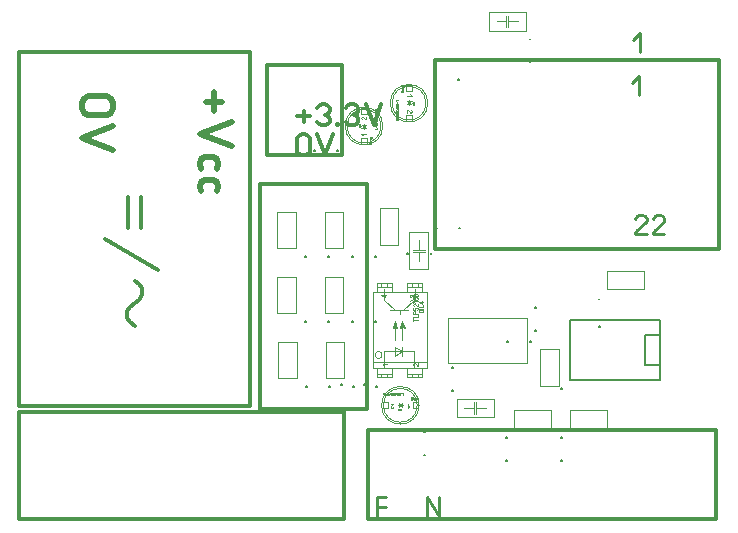
<source format=gbr>
%FSLAX34Y34*%
%MOMM*%
%LNSILK_TOP*%
G71*
G01*
%ADD10C, 0.300*%
%ADD11C, 0.100*%
%ADD12C, 0.144*%
%ADD13C, 0.000*%
%ADD14C, 0.040*%
%ADD15C, 0.476*%
%ADD16C, 0.318*%
%ADD17C, 0.020*%
%ADD18C, 0.030*%
%ADD19C, 0.150*%
%ADD20C, 0.286*%
%ADD21C, 0.309*%
%LPD*%
G54D10*
X199000Y649000D02*
X4000Y649000D01*
X4000Y949000D01*
X199000Y949000D01*
X199000Y649000D01*
G54D10*
X279000Y554000D02*
X4000Y554000D01*
X4000Y644000D01*
X279000Y644000D01*
X279000Y554000D01*
G54D10*
X299000Y629000D02*
X594000Y629000D01*
X594000Y554000D01*
X299000Y554000D01*
X299000Y629000D01*
G54D10*
X596000Y782000D02*
X356000Y782000D01*
X356000Y942000D01*
X596000Y942000D01*
X596000Y782000D01*
G54D10*
X213900Y937600D02*
X277400Y937600D01*
X277400Y861400D01*
X213900Y861400D01*
X213900Y937600D01*
G54D11*
X239004Y672653D02*
X239004Y703853D01*
X223404Y703853D01*
X223404Y672653D01*
X239004Y672653D01*
G54D12*
X266305Y666047D02*
X266305Y665353D01*
X266882Y665353D01*
X266882Y666047D01*
X266305Y666047D01*
X266305Y665353D01*
G54D12*
X246803Y666046D02*
X246803Y665352D01*
X247380Y665352D01*
X247380Y666046D01*
X246803Y666046D01*
X246803Y665352D01*
G54D11*
X279004Y672653D02*
X279004Y703853D01*
X263404Y703853D01*
X263404Y672653D01*
X279004Y672653D01*
G54D12*
X306305Y666045D02*
X306305Y665352D01*
X306882Y665352D01*
X306882Y666045D01*
X306305Y666045D01*
X306305Y665352D01*
G54D12*
X286803Y666047D02*
X286803Y665354D01*
X287381Y665354D01*
X287381Y666047D01*
X286803Y666047D01*
X286803Y665354D01*
G54D11*
X278004Y782653D02*
X278004Y813853D01*
X262404Y813853D01*
X262404Y782653D01*
X278004Y782653D01*
G54D12*
X305306Y776046D02*
X305306Y775352D01*
X305884Y775352D01*
X305884Y776046D01*
X305306Y776046D01*
X305306Y775352D01*
G54D12*
X285803Y776045D02*
X285803Y775352D01*
X286381Y775352D01*
X286381Y776045D01*
X285803Y776045D01*
X285803Y775352D01*
G54D11*
X278004Y727653D02*
X278004Y758853D01*
X262404Y758853D01*
X262404Y727653D01*
X278004Y727653D01*
G54D12*
X305306Y721045D02*
X305306Y720352D01*
X305884Y720352D01*
X305884Y721045D01*
X305306Y721045D01*
X305306Y720352D01*
G54D12*
X285803Y721046D02*
X285803Y720353D01*
X286381Y720353D01*
X286381Y721046D01*
X285803Y721046D01*
X285803Y720353D01*
G54D11*
X238004Y782653D02*
X238004Y813853D01*
X222404Y813853D01*
X222404Y782653D01*
X238004Y782653D01*
G54D12*
X265303Y776045D02*
X265303Y775352D01*
X265881Y775352D01*
X265881Y776045D01*
X265303Y776045D01*
X265303Y775352D01*
G54D12*
X245802Y776045D02*
X245802Y775352D01*
X246380Y775352D01*
X246380Y776045D01*
X245802Y776045D01*
X245802Y775352D01*
G54D11*
X238004Y727653D02*
X238004Y758853D01*
X222404Y758853D01*
X222404Y727653D01*
X238004Y727653D01*
G54D12*
X265302Y721046D02*
X265302Y720353D01*
X265880Y720353D01*
X265880Y721046D01*
X265302Y721046D01*
X265302Y720353D01*
G54D12*
X245804Y721045D02*
X245804Y720352D01*
X246382Y720352D01*
X246382Y721045D01*
X245804Y721045D01*
X245804Y720352D01*
G54D13*
X303112Y745417D02*
X349112Y745417D01*
X349112Y681417D01*
X303112Y681417D01*
X303112Y745417D01*
G54D14*
X341112Y722484D02*
X337556Y722484D01*
G54D14*
X337556Y721417D02*
X337556Y723551D01*
G54D14*
X337556Y724517D02*
X341112Y724517D01*
X341112Y726384D01*
G54D14*
X341112Y727417D02*
X337556Y727417D01*
X337556Y728751D01*
X337778Y729284D01*
X338223Y729551D01*
X338667Y729551D01*
X339112Y729284D01*
X339334Y728751D01*
X339334Y727417D01*
G54D14*
X337556Y732651D02*
X337556Y730517D01*
X339112Y730517D01*
X339112Y730784D01*
X338889Y731317D01*
X338889Y731851D01*
X339112Y732384D01*
X339556Y732651D01*
X340445Y732651D01*
X340889Y732384D01*
X341112Y731851D01*
X341112Y731317D01*
X340889Y730784D01*
X340445Y730517D01*
G54D14*
X341112Y735751D02*
X341112Y733617D01*
X340889Y733617D01*
X340445Y733884D01*
X339112Y735484D01*
X338667Y735751D01*
X338223Y735751D01*
X337778Y735484D01*
X337556Y734951D01*
X337556Y734417D01*
X337778Y733884D01*
X338223Y733617D01*
G54D14*
X338889Y736717D02*
X337556Y738051D01*
X341112Y738051D01*
G54D14*
X339334Y740084D02*
X339334Y741151D01*
X340445Y741151D01*
X340889Y740884D01*
X341112Y740351D01*
X341112Y739817D01*
X340889Y739284D01*
X340445Y739017D01*
X338223Y739017D01*
X337778Y739284D01*
X337556Y739817D01*
X337556Y740351D01*
X337778Y740884D01*
X338223Y741151D01*
G54D14*
X341112Y742117D02*
X337556Y742117D01*
X337556Y743451D01*
X337778Y743984D01*
X338223Y744251D01*
X338667Y744251D01*
X339112Y743984D01*
X339334Y743451D01*
X339556Y743984D01*
X340000Y744251D01*
X340445Y744251D01*
X340889Y743984D01*
X341112Y743451D01*
X341112Y742117D01*
G54D14*
X339334Y742117D02*
X339334Y743451D01*
G54D14*
X345912Y728617D02*
X342356Y728617D01*
X342356Y729951D01*
X342578Y730484D01*
X343023Y730751D01*
X345245Y730751D01*
X345689Y730484D01*
X345912Y729951D01*
X345912Y728617D01*
G54D14*
X345912Y731717D02*
X342356Y731717D01*
G54D14*
X342356Y732717D02*
X345912Y732717D01*
X345912Y734584D01*
G54D14*
X345912Y737217D02*
X342356Y737217D01*
X344578Y735617D01*
X345023Y735617D01*
X345023Y737751D01*
G54D13*
X303112Y686417D02*
X349112Y686417D01*
G54D14*
X312889Y683417D02*
X311556Y684751D01*
X315112Y684751D01*
G54D14*
X341112Y685551D02*
X341112Y683417D01*
X340889Y683417D01*
X340445Y683684D01*
X339112Y685284D01*
X338667Y685551D01*
X338223Y685551D01*
X337778Y685284D01*
X337556Y684751D01*
X337556Y684217D01*
X337778Y683684D01*
X338223Y683417D01*
G54D14*
X335223Y741417D02*
X334778Y741684D01*
X334556Y742217D01*
X334556Y742751D01*
X334778Y743284D01*
X335223Y743551D01*
X335667Y743551D01*
X336112Y743284D01*
X336334Y742751D01*
X336556Y743284D01*
X337000Y743551D01*
X337445Y743551D01*
X337889Y743284D01*
X338112Y742751D01*
X338112Y742217D01*
X337889Y741684D01*
X337445Y741417D01*
G54D14*
X314112Y743017D02*
X310556Y743017D01*
X312778Y741417D01*
X313223Y741417D01*
X313223Y743551D01*
G54D13*
X313112Y681417D02*
X313112Y695417D01*
X338112Y695417D01*
X338112Y682417D01*
G54D13*
X322112Y691417D02*
X322112Y698417D01*
X322112Y699417D01*
X328112Y695417D01*
X328112Y695417D01*
X322112Y691417D01*
G54D13*
X328112Y691417D02*
X328112Y699417D01*
G54D13*
G75*
G01X311112Y692417D02*
G03X311112Y692417I-3000J0D01*
G01*
G54D13*
X322112Y705417D02*
X322112Y721417D01*
G54D13*
X328112Y705417D02*
X328112Y721417D01*
G36*
X320155Y715449D02*
X322155Y721449D01*
X324155Y715449D01*
X322155Y716449D01*
X320155Y715449D01*
G37*
G54D13*
X320155Y715449D02*
X322155Y721449D01*
X324155Y715449D01*
X322155Y716449D01*
X320155Y715449D01*
G36*
X326155Y715449D02*
X328155Y721449D01*
X330155Y715449D01*
X328155Y716449D01*
X326155Y715449D01*
G37*
G54D13*
X326155Y715449D02*
X328155Y721449D01*
X330155Y715449D01*
X328155Y716449D01*
X326155Y715449D01*
G54D13*
X313112Y748417D02*
X313112Y739417D01*
X322112Y730417D01*
G54D13*
X339112Y748417D02*
X339112Y740417D01*
X338112Y739417D01*
X329112Y730417D01*
G54D13*
X318112Y730417D02*
X333112Y730417D01*
G54D13*
X335112Y738417D02*
X339112Y740417D01*
X337112Y736417D01*
G54D13*
X326112Y730417D02*
X326112Y727417D01*
G54D13*
X307112Y745417D02*
X307112Y753417D01*
X319112Y753417D01*
X319112Y745417D01*
G54D13*
X332612Y745417D02*
X332612Y753417D01*
X344612Y753417D01*
X344612Y745417D01*
G54D13*
X319112Y681417D02*
X319112Y673417D01*
X307112Y673417D01*
X307112Y681417D01*
G54D13*
X344612Y681417D02*
X344612Y673417D01*
X332612Y673417D01*
X332612Y681417D01*
G54D13*
X307112Y676417D02*
X319112Y676417D01*
G54D13*
X332612Y676417D02*
X344612Y676417D01*
G54D13*
X332612Y750417D02*
X344612Y750417D01*
G54D13*
X307112Y750417D02*
X319112Y750417D01*
G54D13*
X310612Y750417D02*
X310612Y753417D01*
G54D13*
X315612Y750417D02*
X315612Y753417D01*
G54D13*
X336112Y750417D02*
X336112Y753417D01*
G54D13*
X341112Y750417D02*
X341112Y753417D01*
G54D13*
X336112Y673417D02*
X336112Y676417D01*
G54D13*
X341112Y673417D02*
X341112Y676417D01*
G54D13*
X310612Y673417D02*
X310612Y676417D01*
G54D13*
X315612Y673417D02*
X315612Y676417D01*
G54D12*
X277062Y667611D02*
X277062Y666918D01*
X276484Y666918D01*
X276484Y667611D01*
X277062Y667611D01*
X277062Y666918D01*
G54D12*
X296562Y667611D02*
X296562Y666918D01*
X295984Y666918D01*
X295984Y667611D01*
X296562Y667611D01*
X296562Y666918D01*
G54D11*
X324835Y785596D02*
X324835Y816796D01*
X309235Y816796D01*
X309235Y785596D01*
X324835Y785596D01*
G54D12*
X352137Y778989D02*
X352137Y778296D01*
X352715Y778296D01*
X352715Y778989D01*
X352137Y778989D01*
X352137Y778296D01*
G54D12*
X332634Y778990D02*
X332634Y778296D01*
X333212Y778296D01*
X333212Y778990D01*
X332634Y778990D01*
X332634Y778296D01*
G54D15*
X78533Y895602D02*
X61867Y895602D01*
X58533Y897602D01*
X56867Y901602D01*
X56867Y905602D01*
X58533Y909602D01*
X61867Y911602D01*
X78533Y911602D01*
X81867Y909602D01*
X83533Y905602D01*
X83533Y901602D01*
X81867Y897602D01*
X78533Y895602D01*
G54D15*
X83533Y886269D02*
X56867Y876269D01*
X83533Y866269D01*
G54D15*
X168828Y914949D02*
X168828Y898949D01*
G54D15*
X175495Y906949D02*
X162162Y906949D01*
G54D15*
X183828Y889616D02*
X157162Y879616D01*
X183828Y869616D01*
G54D15*
X171162Y850283D02*
X172162Y854283D01*
X171162Y858283D01*
X167828Y860283D01*
X161162Y860283D01*
X157828Y858283D01*
X157162Y854283D01*
X157828Y850283D01*
G54D15*
X171162Y830950D02*
X172162Y834950D01*
X171162Y838950D01*
X167828Y840950D01*
X161162Y840950D01*
X157828Y838950D01*
X157162Y834950D01*
X157828Y830950D01*
G54D16*
X239300Y894578D02*
X249967Y894578D01*
G54D16*
X244633Y899022D02*
X244633Y890133D01*
G54D16*
X256189Y901244D02*
X257522Y903467D01*
X260189Y904578D01*
X262856Y904578D01*
X265522Y903467D01*
X266856Y901244D01*
X266856Y899022D01*
X265522Y896800D01*
X262856Y895689D01*
X265522Y894578D01*
X266856Y892356D01*
X266856Y890133D01*
X265522Y887911D01*
X262856Y886800D01*
X260189Y886800D01*
X257522Y887911D01*
X256189Y890133D01*
G54D16*
X274145Y886800D02*
X273078Y886800D01*
X273078Y887689D01*
X274145Y887689D01*
X274145Y886800D01*
X273078Y886800D01*
G54D16*
X280367Y901244D02*
X281700Y903467D01*
X284367Y904578D01*
X287034Y904578D01*
X289700Y903467D01*
X291034Y901244D01*
X291034Y899022D01*
X289700Y896800D01*
X287034Y895689D01*
X289700Y894578D01*
X291034Y892356D01*
X291034Y890133D01*
X289700Y887911D01*
X287034Y886800D01*
X284367Y886800D01*
X281700Y887911D01*
X280367Y890133D01*
G54D16*
X297256Y904578D02*
X303923Y886800D01*
X310589Y904578D01*
G54D16*
X249967Y875844D02*
X249967Y864733D01*
X248633Y862511D01*
X245967Y861400D01*
X243300Y861400D01*
X240633Y862511D01*
X239300Y864733D01*
X239300Y875844D01*
X240633Y878067D01*
X243300Y879178D01*
X245967Y879178D01*
X248633Y878067D01*
X249967Y875844D01*
G54D16*
X256189Y879178D02*
X262856Y861400D01*
X269522Y879178D01*
G54D14*
X324979Y649869D02*
X328948Y649869D01*
G54D14*
X325773Y651457D02*
X325773Y648282D01*
G54D14*
X325773Y649869D02*
X328154Y648282D01*
X328154Y651457D01*
X328154Y651457D01*
X325773Y649869D01*
G54D17*
X328154Y647488D02*
X326566Y645900D01*
G54D17*
X326566Y647488D02*
X324979Y645900D01*
G54D17*
X327360Y645900D02*
X326566Y645900D01*
X326566Y646694D01*
G54D17*
X325773Y645900D02*
X324979Y645900D01*
X324979Y646694D01*
G54D13*
X341648Y647488D02*
X336885Y647488D01*
X336885Y652250D01*
X341648Y652250D01*
X341648Y647488D01*
G54D13*
X316248Y647488D02*
X311485Y647488D01*
X311485Y652250D01*
X316248Y652250D01*
X316248Y647488D01*
G54D17*
X329098Y658866D02*
X329098Y660644D01*
X328164Y660644D01*
G54D17*
X327698Y659866D02*
X326631Y659866D01*
G54D17*
X326098Y660311D02*
X325964Y660533D01*
X325698Y660644D01*
X325431Y660644D01*
X325164Y660533D01*
X325031Y660311D01*
X325031Y659755D01*
X325031Y659644D01*
X325431Y659866D01*
X325698Y659866D01*
X325964Y659755D01*
X326098Y659533D01*
X326098Y659200D01*
X325964Y658978D01*
X325698Y658866D01*
X325431Y658866D01*
X325164Y658978D01*
X325031Y659200D01*
X325031Y659755D01*
G54D17*
X324498Y659200D02*
X324364Y658978D01*
X324098Y658866D01*
X323831Y658866D01*
X323564Y658978D01*
X323431Y659200D01*
X323431Y659422D01*
X323564Y659644D01*
X323831Y659755D01*
X323564Y659866D01*
X323431Y660089D01*
X323431Y660311D01*
X323564Y660533D01*
X323831Y660644D01*
X324098Y660644D01*
X324364Y660533D01*
X324498Y660311D01*
G54D17*
X322098Y660644D02*
X322098Y658866D01*
X322898Y659978D01*
X322898Y660200D01*
X321831Y660200D01*
G54D17*
X320231Y660311D02*
X320364Y660533D01*
X320631Y660644D01*
X320898Y660644D01*
X321164Y660533D01*
X321298Y660311D01*
X321298Y659200D01*
X321164Y658978D01*
X320898Y658866D01*
X320631Y658866D01*
X320364Y658978D01*
X320231Y659200D01*
G54D17*
X319698Y660644D02*
X319698Y658866D01*
X319031Y658866D01*
X318764Y658978D01*
X318631Y659200D01*
X318631Y659422D01*
X318764Y659644D01*
X319031Y659755D01*
X318764Y659866D01*
X318631Y660089D01*
X318631Y660311D01*
X318764Y660533D01*
X319031Y660644D01*
X319698Y660644D01*
G54D17*
X319698Y659755D02*
X319031Y659755D01*
G54D17*
X318098Y660644D02*
X317031Y658866D01*
G54D17*
X316498Y660311D02*
X316364Y660533D01*
X316098Y660644D01*
X315831Y660644D01*
X315564Y660533D01*
X315431Y660311D01*
X315431Y660089D01*
X315564Y659866D01*
X315831Y659755D01*
X316098Y659755D01*
X316364Y659644D01*
X316498Y659422D01*
X316498Y659200D01*
X316364Y658978D01*
X316098Y658866D01*
X315831Y658866D01*
X315564Y658978D01*
X315431Y659200D01*
G54D17*
X314364Y659755D02*
X313964Y659978D01*
X313831Y660200D01*
X313831Y660644D01*
G54D17*
X314898Y660644D02*
X314898Y658866D01*
X314231Y658866D01*
X313964Y658978D01*
X313831Y659200D01*
X313831Y659422D01*
X313964Y659644D01*
X314231Y659755D01*
X314898Y659755D01*
G54D17*
X313298Y660644D02*
X313298Y658866D01*
X312631Y658866D01*
X312364Y658978D01*
X312231Y659200D01*
X312231Y660311D01*
X312364Y660533D01*
X312631Y660644D01*
X313298Y660644D01*
G54D14*
X334273Y649003D02*
X332939Y647670D01*
X332939Y651225D01*
G54D14*
X318646Y651225D02*
X320779Y651225D01*
X320779Y651003D01*
X320512Y650559D01*
X318912Y649225D01*
X318646Y648781D01*
X318646Y648337D01*
X318912Y647892D01*
X319446Y647670D01*
X319979Y647670D01*
X320512Y647892D01*
X320779Y648337D01*
G54D18*
X341516Y656182D02*
X341516Y653515D01*
G54D18*
X339616Y655782D02*
X339616Y655115D01*
X339816Y654782D01*
X340216Y654682D01*
X340616Y654782D01*
X340816Y655115D01*
X340816Y655782D01*
X340616Y656115D01*
X340216Y656182D01*
X339816Y656115D01*
X339616Y655782D01*
G54D18*
X338916Y656182D02*
X338916Y654682D01*
G54D18*
X338916Y655015D02*
X338716Y654782D01*
X338316Y654682D01*
X337916Y654782D01*
X337716Y655015D01*
X337716Y656182D01*
G54D18*
X337016Y656682D02*
X336616Y656848D01*
X336336Y656848D01*
X335936Y656682D01*
X335816Y656348D01*
X335816Y654682D01*
G54D18*
X335816Y655115D02*
X336016Y654782D01*
X336416Y654682D01*
X336816Y654782D01*
X337016Y655115D01*
X337016Y655782D01*
X336816Y656115D01*
X336416Y656182D01*
X336016Y656115D01*
X335816Y655782D01*
G54D13*
G75*
G01X340866Y649869D02*
G03X340866Y649869I-14300J0D01*
G01*
G54D13*
G75*
G01X342466Y649869D02*
G03X342466Y649869I-15900J0D01*
G01*
G54D12*
X347266Y607418D02*
X346573Y607418D01*
X346573Y607996D01*
X347266Y607996D01*
X347266Y607418D01*
X346573Y607418D01*
G54D12*
X347267Y626918D02*
X346573Y626918D01*
X346573Y627496D01*
X347267Y627496D01*
X347267Y626918D01*
X346573Y626918D01*
G54D11*
X367100Y723872D02*
X433800Y723872D01*
X433800Y685672D01*
X367100Y685672D01*
X367100Y723872D01*
G54D12*
X441493Y732272D02*
X440800Y732272D01*
X440800Y732850D01*
X441493Y732850D01*
X441493Y732272D01*
X440800Y732272D01*
G54D12*
X441493Y712772D02*
X440800Y712772D01*
X440800Y713350D01*
X441493Y713350D01*
X441493Y712772D01*
X440800Y712772D01*
G54D13*
X374234Y655584D02*
X405634Y655584D01*
X405634Y639584D01*
X374234Y639584D01*
X374234Y655584D01*
G54D13*
X380834Y647584D02*
X388834Y647584D01*
X388834Y652584D01*
X388834Y642584D01*
G54D13*
X390834Y652584D02*
X390834Y642584D01*
G54D13*
X390834Y647584D02*
X398834Y647584D01*
G54D12*
X370978Y681634D02*
X370285Y681634D01*
X370285Y682212D01*
X370978Y682212D01*
X370978Y681634D01*
X370285Y681634D01*
G54D12*
X370978Y662134D02*
X370285Y662134D01*
X370285Y662712D01*
X370978Y662712D01*
X370978Y662134D01*
X370285Y662134D01*
G54D14*
X295832Y887817D02*
X295832Y883848D01*
G54D14*
X297420Y887023D02*
X294245Y887023D01*
G54D14*
X295832Y887023D02*
X294245Y884642D01*
X297420Y884642D01*
X297420Y884642D01*
X295832Y887023D01*
G54D17*
X293451Y884642D02*
X291864Y886230D01*
G54D17*
X293451Y886230D02*
X291864Y887817D01*
G54D17*
X291864Y885436D02*
X291864Y886230D01*
X292657Y886229D01*
G54D17*
X291864Y887023D02*
X291864Y887817D01*
X292657Y887817D01*
G54D13*
X293451Y871148D02*
X293451Y875911D01*
X298214Y875911D01*
X298214Y871148D01*
X293451Y871148D01*
G54D13*
X293451Y896548D02*
X293451Y901311D01*
X298214Y901311D01*
X298214Y896548D01*
X293451Y896548D01*
G54D17*
X304830Y883698D02*
X306607Y883698D01*
X306607Y884632D01*
G54D17*
X305830Y885098D02*
X305830Y886165D01*
G54D17*
X306274Y886698D02*
X306496Y886832D01*
X306607Y887098D01*
X306607Y887365D01*
X306496Y887632D01*
X306274Y887765D01*
X305719Y887765D01*
X305607Y887765D01*
X305830Y887365D01*
X305830Y887098D01*
X305719Y886832D01*
X305496Y886698D01*
X305163Y886698D01*
X304941Y886832D01*
X304830Y887098D01*
X304830Y887365D01*
X304941Y887632D01*
X305163Y887765D01*
X305719Y887765D01*
G54D17*
X305163Y888298D02*
X304941Y888432D01*
X304830Y888698D01*
X304830Y888965D01*
X304941Y889232D01*
X305163Y889365D01*
X305385Y889365D01*
X305607Y889232D01*
X305719Y888965D01*
X305830Y889232D01*
X306052Y889365D01*
X306274Y889365D01*
X306496Y889232D01*
X306607Y888965D01*
X306607Y888698D01*
X306496Y888432D01*
X306274Y888298D01*
G54D17*
X306607Y890698D02*
X304830Y890698D01*
X305941Y889898D01*
X306163Y889898D01*
X306163Y890965D01*
G54D17*
X306274Y892565D02*
X306496Y892432D01*
X306607Y892165D01*
X306607Y891898D01*
X306496Y891632D01*
X306274Y891498D01*
X305163Y891498D01*
X304941Y891632D01*
X304830Y891898D01*
X304830Y892165D01*
X304941Y892432D01*
X305163Y892565D01*
G54D17*
X306607Y893098D02*
X304830Y893098D01*
X304830Y893765D01*
X304941Y894032D01*
X305163Y894165D01*
X305385Y894165D01*
X305607Y894032D01*
X305719Y893765D01*
X305830Y894032D01*
X306052Y894165D01*
X306274Y894165D01*
X306496Y894032D01*
X306607Y893765D01*
X306607Y893098D01*
G54D17*
X305719Y893098D02*
X305719Y893765D01*
G54D17*
X306607Y894698D02*
X304830Y895765D01*
G54D17*
X306274Y896298D02*
X306496Y896432D01*
X306607Y896698D01*
X306607Y896965D01*
X306496Y897232D01*
X306274Y897365D01*
X306052Y897365D01*
X305830Y897232D01*
X305719Y896965D01*
X305719Y896698D01*
X305607Y896432D01*
X305385Y896298D01*
X305163Y896298D01*
X304941Y896432D01*
X304830Y896698D01*
X304830Y896965D01*
X304941Y897232D01*
X305163Y897365D01*
G54D17*
X305719Y898432D02*
X305941Y898832D01*
X306163Y898965D01*
X306607Y898965D01*
G54D17*
X306607Y897898D02*
X304830Y897898D01*
X304830Y898565D01*
X304941Y898832D01*
X305163Y898965D01*
X305385Y898965D01*
X305607Y898832D01*
X305719Y898565D01*
X305719Y897898D01*
G54D17*
X306607Y899498D02*
X304830Y899498D01*
X304830Y900165D01*
X304941Y900432D01*
X305163Y900565D01*
X306274Y900565D01*
X306496Y900432D01*
X306607Y900165D01*
X306607Y899498D01*
G54D14*
X294966Y878523D02*
X293633Y879856D01*
X297189Y879856D01*
G54D14*
X297189Y894150D02*
X297189Y892017D01*
X296966Y892017D01*
X296522Y892284D01*
X295189Y893884D01*
X294744Y894150D01*
X294300Y894150D01*
X293855Y893884D01*
X293633Y893350D01*
X293633Y892817D01*
X293855Y892284D01*
X294300Y892017D01*
G54D18*
X302145Y871279D02*
X299478Y871280D01*
G54D18*
X301745Y873179D02*
X301078Y873180D01*
X300745Y872980D01*
X300645Y872580D01*
X300745Y872179D01*
X301078Y871980D01*
X301745Y871979D01*
X302078Y872180D01*
X302145Y872580D01*
X302078Y872980D01*
X301745Y873179D01*
G54D18*
X302145Y873879D02*
X300645Y873879D01*
G54D18*
X300978Y873879D02*
X300745Y874080D01*
X300645Y874480D01*
X300745Y874879D01*
X300978Y875080D01*
X302145Y875079D01*
G54D18*
X302645Y875779D02*
X302812Y876180D01*
X302812Y876460D01*
X302645Y876860D01*
X302312Y876979D01*
X300645Y876979D01*
G54D18*
X301078Y876979D02*
X300745Y876779D01*
X300645Y876380D01*
X300745Y875980D01*
X301078Y875779D01*
X301745Y875779D01*
X302078Y875979D01*
X302145Y876379D01*
X302078Y876779D01*
X301745Y876979D01*
G54D13*
G75*
G01X310132Y886229D02*
G03X310132Y886229I-14300J0D01*
G01*
G54D13*
G75*
G01X311732Y886229D02*
G03X311732Y886229I-15900J0D01*
G01*
G54D12*
X253959Y866223D02*
X253959Y865529D01*
X253382Y865529D01*
X253382Y866223D01*
X253959Y866223D01*
X253959Y865529D01*
G54D12*
X273459Y866222D02*
X273459Y865529D01*
X272882Y865529D01*
X272882Y866222D01*
X273459Y866222D01*
X273459Y865529D01*
G54D11*
X470167Y630527D02*
X501367Y630527D01*
X501367Y646127D01*
X470167Y646127D01*
X470167Y630527D01*
G54D12*
X462866Y602647D02*
X463559Y602647D01*
X463559Y603225D01*
X462866Y603225D01*
X462866Y602647D01*
X463559Y602647D01*
G54D12*
X462866Y622149D02*
X463560Y622149D01*
X463560Y622727D01*
X462866Y622727D01*
X462866Y622149D01*
X463560Y622149D01*
G54D11*
X445060Y697144D02*
X445060Y665944D01*
X460660Y665944D01*
X460660Y697144D01*
X445060Y697144D01*
G54D12*
X417180Y704446D02*
X417180Y703752D01*
X417758Y703752D01*
X417758Y704446D01*
X417180Y704446D01*
X417180Y703752D01*
G54D12*
X436685Y704444D02*
X436685Y703751D01*
X437262Y703751D01*
X437262Y704444D01*
X436685Y704444D01*
X436685Y703751D01*
G54D11*
X501753Y748051D02*
X532953Y748051D01*
X532953Y763651D01*
X501753Y763651D01*
X501753Y748051D01*
G54D12*
X494626Y716150D02*
X495319Y716150D01*
X495319Y716728D01*
X494626Y716728D01*
X494626Y716150D01*
X495319Y716150D01*
G54D12*
X494453Y739674D02*
X495146Y739674D01*
X495146Y740252D01*
X494453Y740252D01*
X494453Y739674D01*
X495146Y739674D01*
G54D11*
X423103Y630656D02*
X454303Y630656D01*
X454303Y646256D01*
X423103Y646256D01*
X423103Y630656D01*
G54D12*
X415803Y602776D02*
X416496Y602776D01*
X416496Y603353D01*
X415803Y603353D01*
X415803Y602776D01*
X416496Y602776D01*
G54D12*
X415804Y622280D02*
X416497Y622280D01*
X416497Y622858D01*
X415804Y622858D01*
X415804Y622280D01*
X416497Y622280D01*
G54D19*
X546481Y670900D02*
X546481Y721700D01*
X470281Y721700D01*
X470281Y670900D01*
X546481Y670900D01*
G54D19*
X546481Y683600D02*
X546481Y709000D01*
X533781Y709000D01*
X533781Y683600D01*
X546481Y683600D01*
G54D12*
X463031Y663660D02*
X462338Y663660D01*
X462338Y664237D01*
X463031Y664237D01*
X463031Y663660D01*
X462338Y663660D01*
G54D14*
X333912Y904057D02*
X333912Y908026D01*
G54D14*
X332324Y904850D02*
X335499Y904850D01*
G54D14*
X333912Y904850D02*
X335499Y907232D01*
X332324Y907232D01*
X332324Y907232D01*
X333912Y904850D01*
G54D17*
X336293Y907232D02*
X337881Y905644D01*
G54D17*
X336293Y905644D02*
X337881Y904057D01*
G54D17*
X337881Y906438D02*
X337881Y905644D01*
X337087Y905644D01*
G54D17*
X337881Y904850D02*
X337881Y904057D01*
X337087Y904057D01*
G54D13*
X336293Y920726D02*
X336293Y915963D01*
X331531Y915963D01*
X331531Y920725D01*
X336293Y920726D01*
G54D13*
X336293Y895326D02*
X336293Y890563D01*
X331531Y890563D01*
X331531Y895325D01*
X336293Y895326D01*
G54D17*
X324915Y908176D02*
X323137Y908175D01*
X323137Y907242D01*
G54D17*
X323915Y906776D02*
X323915Y905709D01*
G54D17*
X323470Y905175D02*
X323248Y905042D01*
X323137Y904775D01*
X323137Y904509D01*
X323248Y904242D01*
X323470Y904109D01*
X324026Y904109D01*
X324137Y904109D01*
X323915Y904509D01*
X323915Y904776D01*
X324026Y905042D01*
X324248Y905175D01*
X324581Y905175D01*
X324804Y905042D01*
X324915Y904776D01*
X324915Y904509D01*
X324804Y904242D01*
X324581Y904109D01*
X324026Y904109D01*
G54D17*
X324581Y903575D02*
X324804Y903442D01*
X324915Y903176D01*
X324915Y902909D01*
X324804Y902642D01*
X324581Y902509D01*
X324359Y902509D01*
X324137Y902642D01*
X324026Y902909D01*
X323915Y902642D01*
X323692Y902509D01*
X323470Y902509D01*
X323248Y902642D01*
X323137Y902909D01*
X323137Y903175D01*
X323248Y903442D01*
X323470Y903575D01*
G54D17*
X323137Y901176D02*
X324915Y901176D01*
X323804Y901976D01*
X323581Y901975D01*
X323581Y900909D01*
G54D17*
X323470Y899309D02*
X323248Y899442D01*
X323137Y899709D01*
X323137Y899976D01*
X323248Y900242D01*
X323470Y900375D01*
X324581Y900376D01*
X324804Y900242D01*
X324915Y899975D01*
X324915Y899709D01*
X324804Y899442D01*
X324581Y899309D01*
G54D17*
X323137Y898775D02*
X324915Y898775D01*
X324915Y898109D01*
X324804Y897842D01*
X324581Y897709D01*
X324359Y897709D01*
X324137Y897842D01*
X324026Y898109D01*
X323915Y897842D01*
X323692Y897709D01*
X323470Y897709D01*
X323248Y897842D01*
X323137Y898109D01*
X323137Y898775D01*
G54D17*
X324026Y898775D02*
X324026Y898109D01*
G54D17*
X323137Y897176D02*
X324915Y896109D01*
G54D17*
X323470Y895576D02*
X323248Y895442D01*
X323137Y895176D01*
X323137Y894909D01*
X323248Y894642D01*
X323470Y894509D01*
X323692Y894509D01*
X323915Y894642D01*
X324026Y894909D01*
X324026Y895176D01*
X324137Y895442D01*
X324359Y895575D01*
X324581Y895575D01*
X324804Y895442D01*
X324915Y895175D01*
X324915Y894909D01*
X324804Y894642D01*
X324581Y894509D01*
G54D17*
X324026Y893442D02*
X323804Y893042D01*
X323581Y892909D01*
X323137Y892909D01*
G54D17*
X323137Y893975D02*
X324915Y893976D01*
X324915Y893309D01*
X324804Y893042D01*
X324581Y892909D01*
X324359Y892909D01*
X324137Y893042D01*
X324026Y893309D01*
X324026Y893975D01*
G54D17*
X323137Y892375D02*
X324915Y892376D01*
X324915Y891709D01*
X324804Y891442D01*
X324581Y891309D01*
X323470Y891309D01*
X323248Y891442D01*
X323137Y891709D01*
X323137Y892375D01*
G54D14*
X334778Y913350D02*
X336111Y912017D01*
X332556Y912017D01*
G54D14*
X332556Y897724D02*
X332556Y899857D01*
X332778Y899857D01*
X333222Y899590D01*
X334556Y897990D01*
X335000Y897724D01*
X335445Y897724D01*
X335889Y897990D01*
X336111Y898524D01*
X336111Y899057D01*
X335889Y899590D01*
X335445Y899857D01*
G54D18*
X327599Y920594D02*
X330266Y920594D01*
G54D18*
X327999Y918694D02*
X328666Y918694D01*
X328999Y918894D01*
X329099Y919294D01*
X328999Y919694D01*
X328666Y919894D01*
X327999Y919894D01*
X327666Y919694D01*
X327599Y919294D01*
X327666Y918894D01*
X327999Y918694D01*
G54D18*
X327599Y917994D02*
X329099Y917994D01*
G54D18*
X328766Y917994D02*
X328999Y917794D01*
X329099Y917394D01*
X328999Y916994D01*
X328766Y916794D01*
X327599Y916794D01*
G54D18*
X327099Y916094D02*
X326933Y915694D01*
X326933Y915414D01*
X327099Y915014D01*
X327433Y914894D01*
X329099Y914894D01*
G54D18*
X328666Y914894D02*
X328999Y915094D01*
X329099Y915494D01*
X328999Y915894D01*
X328666Y916094D01*
X327999Y916094D01*
X327666Y915894D01*
X327599Y915494D01*
X327666Y915094D01*
X327999Y914894D01*
G54D13*
G75*
G01X348212Y905644D02*
G03X348212Y905644I-14300J0D01*
G01*
G54D13*
G75*
G01X349812Y905644D02*
G03X349812Y905644I-15900J0D01*
G01*
G54D12*
X376363Y926344D02*
X376363Y925651D01*
X375786Y925651D01*
X375786Y926344D01*
X376363Y926344D01*
X376363Y925651D01*
G54D12*
X356863Y926344D02*
X356863Y925651D01*
X356286Y925651D01*
X356286Y926344D01*
X356863Y926344D01*
X356863Y925651D01*
G54D20*
X306404Y555852D02*
X306404Y571852D01*
X314804Y571852D01*
G54D20*
X306404Y563852D02*
X314804Y563852D01*
G54D20*
X349404Y555852D02*
X349404Y571852D01*
X359004Y555852D01*
X359004Y571852D01*
G54D10*
X208000Y837000D02*
X298000Y837000D01*
X298000Y647000D01*
X208000Y647000D01*
X208000Y837000D01*
G54D21*
X101577Y717320D02*
X97688Y719987D01*
X95465Y723987D01*
X95465Y729320D01*
X97688Y733320D01*
X101577Y736653D01*
X105465Y739320D01*
X107688Y743320D01*
X107688Y749320D01*
X105465Y752653D01*
X101577Y755320D01*
G54D21*
X121021Y764209D02*
X76577Y790876D01*
G54D21*
X96021Y799765D02*
X96021Y826432D01*
G54D21*
X107132Y799765D02*
X107132Y826432D01*
G54D20*
X522404Y922852D02*
X528404Y928852D01*
X528404Y912852D01*
G54D20*
X535004Y794852D02*
X525404Y794852D01*
X525404Y795852D01*
X526604Y797852D01*
X533804Y803852D01*
X535004Y805852D01*
X535004Y807852D01*
X533804Y809852D01*
X531404Y810852D01*
X529004Y810852D01*
X526604Y809852D01*
X525404Y807852D01*
G54D20*
X550204Y794852D02*
X540604Y794852D01*
X540604Y795852D01*
X541804Y797852D01*
X549004Y803852D01*
X550204Y805852D01*
X550204Y807852D01*
X549004Y809852D01*
X546604Y810852D01*
X544204Y810852D01*
X541804Y809852D01*
X540604Y807852D01*
G54D20*
X523404Y958852D02*
X529404Y964852D01*
X529404Y948852D01*
G54D13*
X350159Y796347D02*
X350159Y764947D01*
X334159Y764947D01*
X334159Y796347D01*
X350159Y796347D01*
G54D13*
X342159Y789747D02*
X342159Y781747D01*
X347159Y781747D01*
X337159Y781747D01*
G54D13*
X347159Y779747D02*
X337159Y779747D01*
G54D13*
X342159Y779747D02*
X342159Y771747D01*
G54D12*
X376787Y800296D02*
X376787Y799603D01*
X376209Y799603D01*
X376209Y800296D01*
X376787Y800296D01*
X376787Y799603D01*
G54D12*
X357287Y800296D02*
X357287Y799603D01*
X356709Y799603D01*
X356709Y800296D01*
X357287Y800296D01*
X357287Y799603D01*
G54D13*
X432713Y966834D02*
X401313Y966834D01*
X401313Y982834D01*
X432713Y982834D01*
X432713Y966834D01*
G54D13*
X426113Y974834D02*
X418113Y974834D01*
X418113Y969834D01*
X418113Y979834D01*
G54D13*
X416113Y969834D02*
X416113Y979834D01*
G54D13*
X416113Y974834D02*
X408113Y974834D01*
G54D12*
X436662Y940207D02*
X435969Y940207D01*
X435969Y940784D01*
X436662Y940784D01*
X436662Y940207D01*
X435969Y940207D01*
G54D12*
X436662Y959707D02*
X435969Y959707D01*
X435969Y960284D01*
X436662Y960284D01*
X436662Y959707D01*
X435969Y959707D01*
M02*

</source>
